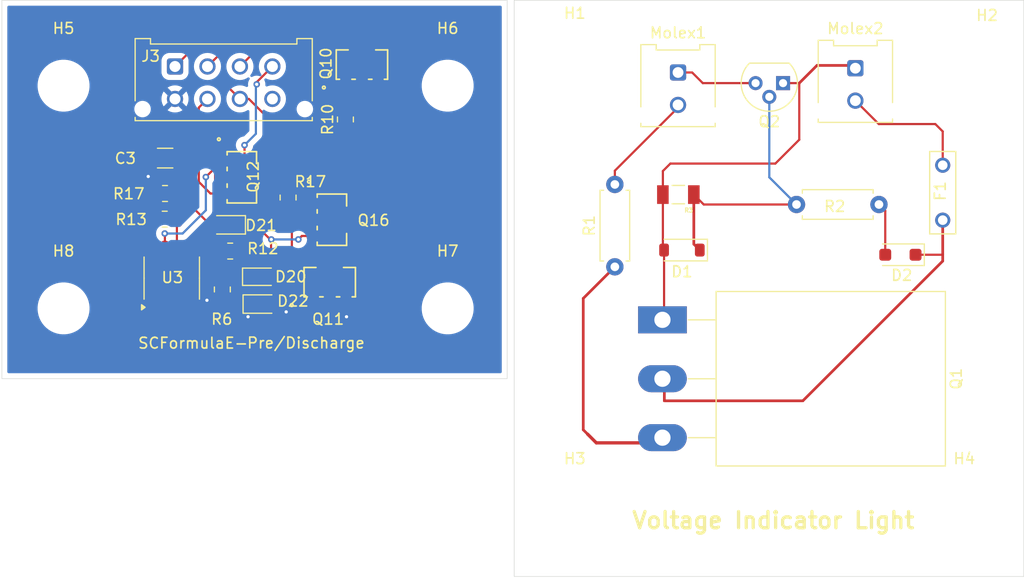
<source format=kicad_pcb>
(kicad_pcb (version 20240108) (generator "pcbnew") (generator_version "8.0")
  (layers (0 "F.Cu" signal) (31 "B.Cu" signal) (34 "B.Paste" user) (35 "F.Paste" user) (36 "B.SilkS" user "B.Silkscreen") (37 "F.SilkS" user "F.Silkscreen") (38 "B.Mask" user) (39 "F.Mask" user) (44 "Edge.Cuts" user))
  (net 0 "")
  (net 1 "CHG")
  (net 2 "AIR+_en")
  (net 3 "charge_on")
  (net 4 "SDCin")
  (net 5 "/opamp_out_inv")
  (net 6 "/opamp_out")
  (net 7 "PreAIR_en")
  (net 8 "Net-(D3-K)")
  (net 9 "Net-(D1-K)")
  (net 10 "/LED+")
  (net 11 "/RC_timer")
  (net 12 "Vcc")
  (net 13 "/LED-")
  (net 14 "Net-(D2-K)")
  (footprint "Diode_SMD:D_SOD-123" (layer "F.Cu") (at 127.6498 72.3572 180)
    (property "Reference" "D1" (at 0 -2 0) (layer "F.SilkS"))
    (property "Value" "BZT52-B12_R1_00001")
    (fp_line (start -2.36 1) (end 1.65 1) (stroke (width 0.12)) (layer "F.SilkS"))
    (fp_line (start -2.36 -1) (end 1.65 -1) (stroke (width 0.12)) (layer "F.SilkS"))
    (fp_line (start -2.36 -1) (end -2.36 1) (stroke (width 0.12)) (layer "F.SilkS"))
    (pad "1" smd roundrect (at -1.65 0 180) (size 0.9 1.2) (layers "F.Cu" "F.Paste" "F.Mask") (net 14 "Net-(D2-K)"))
    (pad "2" smd roundrect (at 1.65 0 180) (size 0.9 1.2) (layers "F.Cu" "F.Paste" "F.Mask"))
  )
  (footprint "VP3203N8-G:TO-243AA_MCH" (layer "F.Cu") (at 98.075 55.2)
    (property "Reference" "Q10" (at -3.3215 -0.1012 90) (layer "F.SilkS"))
    (property "Value" "VP3203N8-G")
    (fp_poly (pts (xy -0.24 1.2319) (xy -0.24 0.1905) (xy -0.9404 -0.4845) (xy -0.9404 -2.4765) (xy -0.4829 -2.4765) (xy 0.4829 -2.4765) (xy 0.9404 -2.4765) (xy 0.9404 -0.4845) (xy 0.24 0.1905) (xy 0.24 1.2319)) (fill solid) (layer "F.Cu"))
    (fp_line (start -2.3749 -1.3589) (end -2.3749 1.3589) (stroke (width 0.1524)) (layer "F.SilkS"))
    (fp_line (start -2.3749 1.3589) (end -2.07274 1.3589) (stroke (width 0.1524)) (layer "F.SilkS"))
    (fp_line (start -1.27314 -1.3589) (end -2.3749 -1.3589) (stroke (width 0.1524)) (layer "F.SilkS"))
    (fp_line (start -0.92726 1.3589) (end -0.61274 1.3589) (stroke (width 0.1524)) (layer "F.SilkS"))
    (fp_line (start 0.61274 1.3589) (end 0.927259 1.3589) (stroke (width 0.1524)) (layer "F.SilkS"))
    (fp_line (start 2.07274 1.3589) (end 2.3749 1.3589) (stroke (width 0.1524)) (layer "F.SilkS"))
    (fp_line (start 2.3749 -1.3589) (end 1.27314 -1.3589) (stroke (width 0.1524)) (layer "F.SilkS"))
    (fp_line (start 2.3749 1.3589) (end 2.3749 -1.3589) (stroke (width 0.1524)) (layer "F.SilkS"))
    (fp_circle (center -3.5179 2.1209) (end -3.3909 2.1209) (stroke (width 0.1524)) (fill none) (layer "F.SilkS"))
    (pad "1" smd rect (at -1.5 1.6225) (size 0.48 1.4032) (layers "F.Cu" "F.Paste" "F.Mask") (net 3 "charge_on"))
    (pad "2" smd rect (at 0 1.622501) (size 0.56 1.9) (layers "F.Cu" "F.Paste" "F.Mask") (net 1 "CHG"))
    (pad "3" smd rect (at 1.5 1.622501) (size 0.48 1.4032) (layers "F.Cu" "F.Paste" "F.Mask") (net 2 "AIR+_en"))
  )
  (footprint "MountingHole:MountingHole_4.3mm_M4" (layer "F.Cu") (at 117.75 55.75)
    (property "Reference" "H1" (at 0 -5.3 0) (layer "F.SilkS"))
    (property "Value" "MountingHole")
    (pad "" np_thru_hole circle (at 0 0) (size 4.3 4.3) (drill 4.3) (layers "F&B.Cu" "*.Mask"))
  )
  (footprint "MountingHole:MountingHole_4.3mm_M4" (layer "F.Cu") (at 70.5 77.75)
    (property "Reference" "H8" (at 0 -5.3 0) (layer "F.SilkS"))
    (property "Value" "MountingHole")
    (pad "" np_thru_hole circle (at 0 0) (size 4.3 4.3) (drill 4.3) (layers "F&B.Cu" "*.Mask"))
  )
  (footprint "MountingHole:MountingHole_4.3mm_M4" (layer "F.Cu") (at 106 77.75)
    (property "Reference" "H7" (at 0 -5.3 0) (layer "F.SilkS"))
    (property "Value" "MountingHole")
    (pad "" np_thru_hole circle (at 0 0) (size 4.3 4.3) (drill 4.3) (layers "F&B.Cu" "*.Mask"))
  )
  (footprint "Diode_SMD:D_SOD-110" (layer "F.Cu") (at 88.65 74.825)
    (property "Reference" "D20" (at 2.85 0 0) (layer "F.SilkS"))
    (property "Value" "PD3S0230")
    (fp_line (start -1.61 -0.8) (end -1.61 0.8) (stroke (width 0.12)) (layer "F.SilkS"))
    (fp_line (start -1.61 -0.8) (end 1.05 -0.8) (stroke (width 0.12)) (layer "F.SilkS"))
    (fp_line (start -1.61 0.8) (end 1.05 0.8) (stroke (width 0.12)) (layer "F.SilkS"))
    (pad "1" smd roundrect (at -0.95 0) (size 0.8 1) (layers "F.Cu" "F.Paste" "F.Mask") (net 9 "Net-(D1-K)"))
    (pad "2" smd roundrect (at 0.95 0) (size 0.8 1) (layers "F.Cu" "F.Paste" "F.Mask") (net 4 "SDCin"))
  )
  (footprint "Connector_Molex:Molex_Micro-Fit_3.0_43045-0212_2x01_P3.00mm_Vertical" (layer "F.Cu") (at 127.29 55.93)
    (property "Reference" "Molex1" (at 0 -3.67 0) (layer "F.SilkS"))
    (property "Value" "043045-0212")
    (fp_line (start -3.435 -2.58) (end -2.015 -2.58) (stroke (width 0.12)) (layer "F.SilkS"))
    (fp_line (start -3.435 3.18) (end -3.435 -2.58) (stroke (width 0.12)) (layer "F.SilkS"))
    (fp_line (start -3.435 4.7) (end -3.435 5.01) (stroke (width 0.12)) (layer "F.SilkS"))
    (fp_line (start -3.435 5.01) (end 3.435 5.01) (stroke (width 0.12)) (layer "F.SilkS"))
    (fp_line (start -2.015 -2.58) (end -2.015 -2.08) (stroke (width 0.12)) (layer "F.SilkS"))
    (fp_line (start -2.015 -2.08) (end 2.015 -2.08) (stroke (width 0.12)) (layer "F.SilkS"))
    (fp_line (start 2.015 -2.58) (end 3.435 -2.58) (stroke (width 0.12)) (layer "F.SilkS"))
    (fp_line (start 2.015 -2.08) (end 2.015 -2.58) (stroke (width 0.12)) (layer "F.SilkS"))
    (fp_line (start 3.435 -2.58) (end 3.435 3.18) (stroke (width 0.12)) (layer "F.SilkS"))
    (fp_line (start 3.435 5.01) (end 3.435 4.7) (stroke (width 0.12)) (layer "F.SilkS"))
    (pad "" np_thru_hole circle (at -3 3.94) (size 1 1) (drill 1) (layers "F&B.Cu" "*.Mask"))
    (pad "" np_thru_hole circle (at 3 3.94) (size 1 1) (drill 1) (layers "F&B.Cu" "*.Mask"))
    (pad "1" thru_hole roundrect (at 0 0) (size 1.5 1.5) (drill 1) (layers "*.Cu" "*.Mask") (roundrect_rratio 0.166667) (net 13 "/LED-"))
    (pad "2" thru_hole circle (at 0 3) (size 1.5 1.5) (drill 1) (layers "*.Cu" "*.Mask") (net 10 "/LED+"))
  )
  (footprint "Resistor_SMD:R_0805_2012Metric_Pad1.20x1.40mm_HandSolder" (layer "F.Cu") (at 91.25 67.5 90)
    (property "Reference" "R17" (at 1.4679 2.0561 0) (layer "F.SilkS"))
    (property "Value" "10k")
    (fp_line (start -0.227064 -0.735) (end 0.227064 -0.735) (stroke (width 0.12)) (layer "F.SilkS"))
    (fp_line (start -0.227064 0.735) (end 0.227064 0.735) (stroke (width 0.12)) (layer "F.SilkS"))
    (pad "1" smd roundrect (at -1 0 90) (size 1.2 1.4) (layers "F.Cu" "F.Paste" "F.Mask") (roundrect_rratio 0.208333) (net 5 "/opamp_out_inv"))
    (pad "2" smd roundrect (at 1 0 90) (size 1.2 1.4) (layers "F.Cu" "F.Paste" "F.Mask") (roundrect_rratio 0.208333) (net 12 "Vcc"))
  )
  (footprint "VP3203N8-G:TO-243AA_MCH" (layer "F.Cu") (at 86.975 65.625 -90)
    (property "Reference" "Q12" (at -0.05 -1.05 90) (layer "F.SilkS"))
    (property "Value" "VP3203N8-G")
    (fp_poly (pts (xy -0.24 1.2319) (xy -0.24 0.1905) (xy -0.9404 -0.4845) (xy -0.9404 -2.4765) (xy -0.4829 -2.4765) (xy 0.4829 -2.4765) (xy 0.9404 -2.4765) (xy 0.9404 -0.4845) (xy 0.24 0.1905) (xy 0.24 1.2319)) (fill solid) (layer "F.Cu"))
    (fp_line (start -2.3749 1.3589) (end -2.07274 1.3589) (stroke (width 0.1524)) (layer "F.SilkS"))
    (fp_line (start -0.92726 1.3589) (end -0.61274 1.3589) (stroke (width 0.1524)) (layer "F.SilkS"))
    (fp_line (start 0.61274 1.3589) (end 0.927259 1.3589) (stroke (width 0.1524)) (layer "F.SilkS"))
    (fp_line (start 2.07274 1.3589) (end 2.3749 1.3589) (stroke (width 0.1524)) (layer "F.SilkS"))
    (fp_line (start 2.3749 1.3589) (end 2.3749 -1.3589) (stroke (width 0.1524)) (layer "F.SilkS"))
    (fp_line (start -2.3749 -1.3589) (end -2.3749 1.3589) (stroke (width 0.1524)) (layer "F.SilkS"))
    (fp_line (start -1.27314 -1.3589) (end -2.3749 -1.3589) (stroke (width 0.1524)) (layer "F.SilkS"))
    (fp_line (start 2.3749 -1.3589) (end 1.27314 -1.3589) (stroke (width 0.1524)) (layer "F.SilkS"))
    (fp_circle (center -3.5179 2.1209) (end -3.3909 2.1209) (stroke (width 0.1524)) (fill none) (layer "F.SilkS"))
    (pad "1" smd rect (at -1.5 1.6225 270) (size 0.48 1.4032) (layers "F.Cu" "F.Paste" "F.Mask") (net 6 "/opamp_out"))
    (pad "2" smd rect (at 0 1.622501 270) (size 0.56 1.9) (layers "F.Cu" "F.Paste" "F.Mask") (net 7 "PreAIR_en"))
    (pad "3" smd rect (at 1.5 1.622501 270) (size 0.48 1.4032) (layers "F.Cu" "F.Paste" "F.Mask") (net 4 "SDCin"))
  )
  (footprint "MountingHole:MountingHole_4.3mm_M4" (layer "F.Cu") (at 153.75 55.95)
    (property "Reference" "H2" (at 2.1 -5.3 0) (layer "F.SilkS"))
    (property "Value" "MountingHole")
    (pad "" np_thru_hole circle (at 0 0) (size 4.3 4.3) (drill 4.3) (layers "F&B.Cu" "*.Mask"))
  )
  (footprint "Resistor_SMD:R_0805_2012Metric_Pad1.20x1.40mm_HandSolder" (layer "F.Cu") (at 79.875 67.125)
    (property "Reference" "R17" (at -3.35 0.025 0) (layer "F.SilkS"))
    (property "Value" "10k")
    (fp_line (start -0.227064 -0.735) (end 0.227064 -0.735) (stroke (width 0.12)) (layer "F.SilkS"))
    (fp_line (start -0.227064 0.735) (end 0.227064 0.735) (stroke (width 0.12)) (layer "F.SilkS"))
    (pad "1" smd roundrect (at -1 0) (size 1.2 1.4) (layers "F.Cu" "F.Paste" "F.Mask") (roundrect_rratio 0.208333))
    (pad "2" smd roundrect (at 1 0) (size 1.2 1.4) (layers "F.Cu" "F.Paste" "F.Mask") (roundrect_rratio 0.208333))
  )
  (footprint "Diode_SMD:D_SOD-323" (layer "F.Cu") (at 85.7 70.025 180)
    (property "Reference" "D21" (at -3.05 -0.05 180) (layer "F.SilkS"))
    (property "Value" "1N4148WX-TP")
    (fp_line (start -1.61 0.85) (end 1.05 0.85) (stroke (width 0.12)) (layer "F.SilkS"))
    (fp_line (start -1.61 -0.85) (end 1.05 -0.85) (stroke (width 0.12)) (layer "F.SilkS"))
    (fp_line (start -1.61 -0.85) (end -1.61 0.85) (stroke (width 0.12)) (layer "F.SilkS"))
    (pad "1" smd roundrect (at -1.05 0 180) (size 0.6 0.45) (layers "F.Cu" "F.Paste" "F.Mask") (net 9 "Net-(D1-K)"))
    (pad "2" smd roundrect (at 1.05 0 180) (size 0.6 0.45) (layers "F.Cu" "F.Paste" "F.Mask") (net 11 "/RC_timer"))
  )
  (footprint "Package_TO_SOT_THT:TO-92" (layer "F.Cu") (at 136.996 56.914 180)
    (property "Reference" "Q2" (at 1.27 -3.56 0) (layer "F.SilkS"))
    (property "Value" "VN2460")
    (fp_line (start -0.53 1.85) (end 3.07 1.85) (stroke (width 0.12)) (layer "F.SilkS"))
    (fp_arc (start 1.27 -2.6) (mid 3.672087 -0.994977) (end 3.108478 1.838478) (stroke (width 0.12)) (layer "F.SilkS"))
    (fp_arc (start -0.568478 1.838478) (mid -1.132087 -0.994977) (end 1.27 -2.6) (stroke (width 0.12)) (layer "F.SilkS"))
    (pad "1" thru_hole rect (at 0 0 180) (size 1.3 1.3) (drill 0.75) (layers "*.Cu" "*.Mask"))
    (pad "2" thru_hole circle (at 1.27 -1.27 180) (size 1.3 1.3) (drill 0.75) (layers "*.Cu" "*.Mask") (net 14 "Net-(D2-K)"))
    (pad "3" thru_hole circle (at 2.54 0 180) (size 1.3 1.3) (drill 0.75) (layers "*.Cu" "*.Mask") (net 13 "/LED-"))
  )
  (footprint "VN3205N8-G:TO-243AA_MCH" (layer "F.Cu") (at 95.1 75.325)
    (property "Reference" "Q11" (at -0.15 3.425 0) (layer "F.SilkS"))
    (property "Value" "VN3205N3-G")
    (fp_poly (pts (xy -0.24 1.2319) (xy -0.24 0.1905) (xy -0.9404 -0.4845) (xy -0.9404 -2.4765) (xy -0.4829 -2.4765) (xy 0.4829 -2.4765) (xy 0.9404 -2.4765) (xy 0.9404 -0.4845) (xy 0.24 0.1905) (xy 0.24 1.2319)) (fill solid) (layer "F.Cu"))
    (fp_line (start -2.3749 -1.3589) (end -2.3749 1.3589) (stroke (width 0.1524)) (layer "F.SilkS"))
    (fp_line (start -2.3749 1.3589) (end -2.07274 1.3589) (stroke (width 0.1524)) (layer "F.SilkS"))
    (fp_line (start -1.27314 -1.3589) (end -2.3749 -1.3589) (stroke (width 0.1524)) (layer "F.SilkS"))
    (fp_line (start -0.92726 1.3589) (end -0.61274 1.3589) (stroke (width 0.1524)) (layer "F.SilkS"))
    (fp_line (start 0.61274 1.3589) (end 0.927259 1.3589) (stroke (width 0.1524)) (layer "F.SilkS"))
    (fp_line (start 2.07274 1.3589) (end 2.3749 1.3589) (stroke (width 0.1524)) (layer "F.SilkS"))
    (fp_line (start 2.3749 -1.3589) (end 1.27314 -1.3589) (stroke (width 0.1524)) (layer "F.SilkS"))
    (fp_line (start 2.3749 1.3589) (end 2.3749 -1.3589) (stroke (width 0.1524)) (layer "F.SilkS"))
    (fp_circle (center -3.5179 2.1209) (end -3.3909 2.1209) (stroke (width 0.1524)) (fill none) (layer "F.SilkS"))
    (pad "1" smd rect (at -1.5 1.6225) (size 0.48 1.4032) (layers "F.Cu" "F.Paste" "F.Mask") (net 6 "/opamp_out"))
    (pad "2" smd rect (at 0 1.622501) (size 0.56 1.9) (layers "F.Cu" "F.Paste" "F.Mask") (net 5 "/opamp_out_inv"))
    (pad "3" smd rect (at 1.5 1.622501) (size 0.48 1.4032) (layers "F.Cu" "F.Paste" "F.Mask"))
  )
  (footprint "Diode_SMD:D_SOD-323" (layer "F.Cu") (at 88.7 77.35)
    (property "Reference" "D22" (at 3 -0.275 0) (layer "F.SilkS"))
    (property "Value" "1N4148WX-TP")
    (fp_line (start -1.61 -0.85) (end -1.61 0.85) (stroke (width 0.12)) (layer "F.SilkS"))
    (fp_line (start -1.61 -0.85) (end 1.05 -0.85) (stroke (width 0.12)) (layer "F.SilkS"))
    (fp_line (start -1.61 0.85) (end 1.05 0.85) (stroke (width 0.12)) (layer "F.SilkS"))
    (pad "1" smd roundrect (at -1.05 0) (size 0.6 0.45) (layers "F.Cu" "F.Paste" "F.Mask") (net 11 "/RC_timer"))
    (pad "2" smd roundrect (at 1.05 0) (size 0.6 0.45) (layers "F.Cu" "F.Paste" "F.Mask"))
  )
  (footprint "Resistor_SMD:R_0805_2012Metric_Pad1.20x1.40mm_HandSolder" (layer "F.Cu") (at 96.55 60.275 90)
    (property "Reference" "R10" (at 0 -1.65 -90) (layer "F.SilkS"))
    (property "Value" "10k")
    (fp_line (start -0.227064 -0.735) (end 0.227064 -0.735) (stroke (width 0.12)) (layer "F.SilkS"))
    (fp_line (start -0.227064 0.735) (end 0.227064 0.735) (stroke (width 0.12)) (layer "F.SilkS"))
    (pad "1" smd roundrect (at -1 0 90) (size 1.2 1.4) (layers "F.Cu" "F.Paste" "F.Mask") (roundrect_rratio 0.208333) (net 2 "AIR+_en"))
    (pad "2" smd roundrect (at 1 0 90) (size 1.2 1.4) (layers "F.Cu" "F.Paste" "F.Mask") (roundrect_rratio 0.208333) (net 3 "charge_on"))
  )
  (footprint "Capacitor_SMD:C_1206_3216Metric_Pad1.33x1.80mm_HandSolder" (layer "F.Cu") (at 79.8875 63.85 180)
    (property "Reference" "C3" (at 3.675 -0.025 180) (layer "F.SilkS"))
    (property "Value" "10uF")
    (fp_line (start -0.711252 0.91) (end 0.711252 0.91) (stroke (width 0.12)) (layer "F.SilkS"))
    (fp_line (start -0.711252 -0.91) (end 0.711252 -0.91) (stroke (width 0.12)) (layer "F.SilkS"))
    (pad "1" smd roundrect (at -1.5625 0 180) (size 1.325 1.8) (layers "F.Cu" "F.Paste" "F.Mask") (roundrect_rratio 0.188679) (net 11 "/RC_timer"))
    (pad "2" smd roundrect (at 1.5625 0 180) (size 1.325 1.8) (layers "F.Cu" "F.Paste" "F.Mask") (roundrect_rratio 0.188679))
  )
  (footprint "MountingHole:MountingHole_4.3mm_M4" (layer "F.Cu") (at 153.75 96.95)
    (property "Reference" "H4" (at 0 -5.3 0) (layer "F.SilkS"))
    (property "Value" "MountingHole")
    (pad "" np_thru_hole circle (at 0 0) (size 4.3 4.3) (drill 4.3) (layers "F&B.Cu" "*.Mask"))
  )
  (footprint "Diode_SMD:D_SOD-123F" (layer "F.Cu") (at 147.8418 72.789 180)
    (property "Reference" "D2" (at -0.127 -1.905 0) (layer "F.SilkS"))
    (property "Value" "PZ1AL62B-AU_R1_000A1")
    (fp_line (start -2.21 1) (end 1.65 1) (stroke (width 0.12)) (layer "F.SilkS"))
    (fp_line (start -2.21 -1) (end 1.65 -1) (stroke (width 0.12)) (layer "F.SilkS"))
    (fp_line (start -2.21 -1) (end -2.21 1) (stroke (width 0.12)) (layer "F.SilkS"))
    (pad "1" smd roundrect (at -1.4 0 180) (size 1.1 1.1) (layers "F.Cu" "F.Paste" "F.Mask") (roundrect_rratio 0.2272727273) (net 8 "Net-(D3-K)"))
    (pad "2" smd roundrect (at 1.4 0 180) (size 1.1 1.1) (layers "F.Cu" "F.Paste" "F.Mask") (roundrect_rratio 0.2272727273))
  )
  (footprint "Connector_Molex:Molex_Micro-Fit_3.0_43045-0812_2x04_P3.00mm_Vertical" (layer "F.Cu") (at 80.8 55.375)
    (property "Reference" "J3" (at -2.25 -0.95 0) (layer "F.SilkS"))
    (property "Value" "Conn_01x08")
    (fp_line (start -3.685 -2.58) (end -2.265 -2.58) (stroke (width 0.12)) (layer "F.SilkS"))
    (fp_line (start -3.685 3.17) (end -3.685 -2.58) (stroke (width 0.12)) (layer "F.SilkS"))
    (fp_line (start -3.685 4.71) (end -3.685 5.01) (stroke (width 0.12)) (layer "F.SilkS"))
    (fp_line (start -3.685 5.01) (end 12.685 5.01) (stroke (width 0.12)) (layer "F.SilkS"))
    (fp_line (start -2.265 -2.58) (end -2.265 -2.08) (stroke (width 0.12)) (layer "F.SilkS"))
    (fp_line (start -2.265 -2.08) (end 11.265 -2.08) (stroke (width 0.12)) (layer "F.SilkS"))
    (fp_line (start 11.265 -2.58) (end 12.685 -2.58) (stroke (width 0.12)) (layer "F.SilkS"))
    (fp_line (start 11.265 -2.08) (end 11.265 -2.58) (stroke (width 0.12)) (layer "F.SilkS"))
    (fp_line (start 12.685 -2.58) (end 12.685 3.17) (stroke (width 0.12)) (layer "F.SilkS"))
    (fp_line (start 12.685 5.01) (end 12.685 4.71) (stroke (width 0.12)) (layer "F.SilkS"))
    (pad "" np_thru_hole circle (at -3 3.94) (size 1.02 1.02) (drill 1.02) (layers "F&B.Cu" "*.Mask"))
    (pad "" np_thru_hole circle (at 12 3.94) (size 1.02 1.02) (drill 1.02) (layers "F&B.Cu" "*.Mask"))
    (pad "1" thru_hole roundrect (at 0 0) (size 1.5 1.5) (drill 1.02) (layers "*.Cu" "*.Mask") (roundrect_rratio 0.166667) (net 1 "CHG"))
    (pad "2" thru_hole circle (at 3 0) (size 1.5 1.5) (drill 1.02) (layers "*.Cu" "*.Mask") (net 3 "charge_on"))
    (pad "3" thru_hole circle (at 6 0) (size 1.5 1.5) (drill 1.02) (layers "*.Cu" "*.Mask") (net 2 "AIR+_en"))
    (pad "4" thru_hole circle (at 9 0) (size 1.5 1.5) (drill 1.02) (layers "*.Cu" "*.Mask") (net 7 "PreAIR_en"))
    (pad "5" thru_hole circle (at 0 3) (size 1.5 1.5) (drill 1.02) (layers "*.Cu" "*.Mask"))
    (pad "6" thru_hole circle (at 3 3) (size 1.5 1.5) (drill 1.02) (layers "*.Cu" "*.Mask") (net 4 "SDCin"))
    (pad "7" thru_hole circle (at 6 3) (size 1.5 1.5) (drill 1.02) (layers "*.Cu" "*.Mask") (net 12 "Vcc"))
    (pad "8" thru_hole circle (at 9 3) (size 1.5 1.5) (drill 1.02) (layers "*.Cu" "*.Mask"))
  )
  (footprint "VP3203N8-G:TO-243AA_MCH" (layer "F.Cu") (at 95.3 69.55 -90)
    (property "Reference" "Q16" (at 0.0535 -3.8512 0) (layer "F.SilkS"))
    (property "Value" "VP3203N8-G")
    (fp_poly (pts (xy -0.24 1.2319) (xy -0.24 0.1905) (xy -0.9404 -0.4845) (xy -0.9404 -2.4765) (xy -0.4829 -2.4765) (xy 0.4829 -2.4765) (xy 0.9404 -2.4765) (xy 0.9404 -0.4845) (xy 0.24 0.1905) (xy 0.24 1.2319)) (fill solid) (layer "F.Cu"))
    (fp_line (start -2.3749 1.3589) (end -2.07274 1.3589) (stroke (width 0.1524)) (layer "F.SilkS"))
    (fp_line (start -0.92726 1.3589) (end -0.61274 1.3589) (stroke (width 0.1524)) (layer "F.SilkS"))
    (fp_line (start 0.61274 1.3589) (end 0.927259 1.3589) (stroke (width 0.1524)) (layer "F.SilkS"))
    (fp_line (start 2.07274 1.3589) (end 2.3749 1.3589) (stroke (width 0.1524)) (layer "F.SilkS"))
    (fp_line (start 2.3749 1.3589) (end 2.3749 -1.3589) (stroke (width 0.1524)) (layer "F.SilkS"))
    (fp_line (start -2.3749 -1.3589) (end -2.3749 1.3589) (stroke (width 0.1524)) (layer "F.SilkS"))
    (fp_line (start -1.27314 -1.3589) (end -2.3749 -1.3589) (stroke (width 0.1524)) (layer "F.SilkS"))
    (fp_line (start 2.3749 -1.3589) (end 1.27314 -1.3589) (stroke (width 0.1524)) (layer "F.SilkS"))
    (fp_circle (center -3.5179 2.1209) (end -3.3909 2.1209) (stroke (width 0.1524)) (fill none) (layer "F.SilkS"))
    (pad "1" smd rect (at -1.5 1.6225 270) (size 0.48 1.4032) (layers "F.Cu" "F.Paste" "F.Mask") (net 5 "/opamp_out_inv"))
    (pad "2" smd rect (at 0 1.622501 270) (size 0.56 1.9) (layers "F.Cu" "F.Paste" "F.Mask") (net 2 "AIR+_en"))
    (pad "3" smd rect (at 1.5 1.622501 270) (size 0.48 1.4032) (layers "F.Cu" "F.Paste" "F.Mask") (net 4 "SDCin"))
  )
  (footprint "Package_SO:SOIC-8_3.9x4.9mm_P1.27mm" (layer "F.Cu") (at 80.5 74.95 90)
    (property "Reference" "U3" (at 0.05 0.06 0) (layer "F.SilkS"))
    (property "Value" "LM358DR2G")
    (fp_line (start 0 -2.56) (end 1.95 -2.56) (stroke (width 0.12)) (layer "F.SilkS"))
    (fp_line (start 0 -2.56) (end -1.95 -2.56) (stroke (width 0.12)) (layer "F.SilkS"))
    (fp_line (start 0 2.56) (end 1.95 2.56) (stroke (width 0.12)) (layer "F.SilkS"))
    (fp_line (start 0 2.56) (end -1.95 2.56) (stroke (width 0.12)) (layer "F.SilkS"))
    (fp_poly (pts (xy -2.7 -2.465) (xy -2.94 -2.795) (xy -2.46 -2.795) (xy -2.7 -2.465)) (stroke (width 0.12)) (fill solid) (layer "F.SilkS"))
    (pad "1" smd roundrect (at -2.475 -1.905 90) (size 1.95 0.6) (layers "F.Cu" "F.Paste" "F.Mask"))
    (pad "2" smd roundrect (at -2.475 -0.635 90) (size 1.95 0.6) (layers "F.Cu" "F.Paste" "F.Mask"))
    (pad "3" smd roundrect (at -2.475 0.635 90) (size 1.95 0.6) (layers "F.Cu" "F.Paste" "F.Mask"))
    (pad "4" smd roundrect (at -2.475 1.905 90) (size 1.95 0.6) (layers "F.Cu" "F.Paste" "F.Mask"))
    (pad "5" smd roundrect (at 2.475 1.905 90) (size 1.95 0.6) (layers "F.Cu" "F.Paste" "F.Mask") (net 11 "/RC_timer"))
    (pad "6" smd roundrect (at 2.475 0.635 90) (size 1.95 0.6) (layers "F.Cu" "F.Paste" "F.Mask"))
    (pad "7" smd roundrect (at 2.475 -0.635 90) (size 1.95 0.6) (layers "F.Cu" "F.Paste" "F.Mask") (net 6 "/opamp_out"))
    (pad "8" smd roundrect (at 2.475 -1.905 90) (size 1.95 0.6) (layers "F.Cu" "F.Paste" "F.Mask") (net 12 "Vcc"))
  )
  (footprint "MountingHole:MountingHole_4.3mm_M4" (layer "F.Cu") (at 106 57.15)
    (property "Reference" "H6" (at 0 -5.3 0) (layer "F.SilkS"))
    (property "Value" "MountingHole")
    (pad "" np_thru_hole circle (at 0 0) (size 4.3 4.3) (drill 4.3) (layers "F&B.Cu" "*.Mask"))
  )
  (footprint "Resistor_SMD:R_0805_2012Metric_Pad1.20x1.40mm_HandSolder" (layer "F.Cu") (at 85.175 76 90)
    (property "Reference" "R6" (at -2.75 -0.05 0) (layer "F.SilkS"))
    (property "Value" "10k")
    (fp_line (start -0.227064 -0.735) (end 0.227064 -0.735) (stroke (width 0.12)) (layer "F.SilkS"))
    (fp_line (start -0.227064 0.735) (end 0.227064 0.735) (stroke (width 0.12)) (layer "F.SilkS"))
    (pad "1" smd roundrect (at -1 0 90) (size 1.2 1.4) (layers "F.Cu" "F.Paste" "F.Mask") (roundrect_rratio 0.208333))
    (pad "2" smd roundrect (at 1 0 90) (size 1.2 1.4) (layers "F.Cu" "F.Paste" "F.Mask") (roundrect_rratio 0.208333) (net 9 "Net-(D1-K)"))
  )
  (footprint "MountingHole:MountingHole_4.3mm_M4" (layer "F.Cu") (at 70.5 57.15)
    (property "Reference" "H5" (at 0 -5.3 0) (layer "F.SilkS"))
    (property "Value" "MountingHole")
    (pad "" np_thru_hole circle (at 0 0) (size 4.3 4.3) (drill 4.3) (layers "F&B.Cu" "*.Mask"))
  )
  (footprint "Resistor_SMD:R_0805_2012Metric_Pad1.20x1.40mm_HandSolder" (layer "F.Cu") (at 79.85 69.5)
    (property "Reference" "R13" (at -3.1 0.025 0) (layer "F.SilkS"))
    (property "Value" "10k")
    (fp_line (start -0.227064 -0.735) (end 0.227064 -0.735) (stroke (width 0.12)) (layer "F.SilkS"))
    (fp_line (start -0.227064 0.735) (end 0.227064 0.735) (stroke (width 0.12)) (layer "F.SilkS"))
    (pad "1" smd roundrect (at -1 0) (size 1.2 1.4) (layers "F.Cu" "F.Paste" "F.Mask") (roundrect_rratio 0.208333) (net 12 "Vcc"))
    (pad "2" smd roundrect (at 1 0) (size 1.2 1.4) (layers "F.Cu" "F.Paste" "F.Mask") (roundrect_rratio 0.208333))
  )
  (footprint "Resistor_THT:R_Axial_DIN0207_L6.3mm_D2.5mm_P7.62mm_Horizontal" (layer "F.Cu") (at 121.4512 73.9066 90)
    (property "Reference" "R1" (at 3.81 -2.37 90) (layer "F.SilkS"))
    (property "Value" "1100")
    (fp_line (start 7.08 -1.37) (end 7.08 -1.04) (stroke (width 0.12)) (layer "F.SilkS"))
    (fp_line (start 0.54 -1.37) (end 7.08 -1.37) (stroke (width 0.12)) (layer "F.SilkS"))
    (fp_line (start 0.54 -1.04) (end 0.54 -1.37) (stroke (width 0.12)) (layer "F.SilkS"))
    (fp_line (start 0.54 1.04) (end 0.54 1.37) (stroke (width 0.12)) (layer "F.SilkS"))
    (fp_line (start 7.08 1.37) (end 7.08 1.04) (stroke (width 0.12)) (layer "F.SilkS"))
    (fp_line (start 0.54 1.37) (end 7.08 1.37) (stroke (width 0.12)) (layer "F.SilkS"))
    (pad "1" thru_hole circle (at 0 0 90) (size 1.6 1.6) (drill 0.8) (layers "*.Cu" "*.Mask"))
    (pad "2" thru_hole oval (at 7.62 0 90) (size 1.6 1.6) (drill 0.8) (layers "*.Cu" "*.Mask") (net 10 "/LED+"))
  )
  (footprint "Resistor_SMD:R_0805_2012Metric_Pad1.20x1.40mm_HandSolder" (layer "F.Cu") (at 85.9 72.45)
    (property "Reference" "R12" (at 3.025 -0.225 0) (layer "F.SilkS"))
    (property "Value" "1.8M")
    (fp_line (start -0.227064 -0.735) (end 0.227064 -0.735) (stroke (width 0.12)) (layer "F.SilkS"))
    (fp_line (start -0.227064 0.735) (end 0.227064 0.735) (stroke (width 0.12)) (layer "F.SilkS"))
    (pad "1" smd roundrect (at -1 0) (size 1.2 1.4) (layers "F.Cu" "F.Paste" "F.Mask") (roundrect_rratio 0.208333) (net 11 "/RC_timer"))
    (pad "2" smd roundrect (at 1 0) (size 1.2 1.4) (layers "F.Cu" "F.Paste" "F.Mask") (roundrect_rratio 0.208333) (net 9 "Net-(D1-K)"))
  )
  (footprint "MountingHole:MountingHole_4.3mm_M4" (layer "F.Cu") (at 117.75 96.95)
    (property "Reference" "H3" (at 0 -5.3 0) (layer "F.SilkS"))
    (property "Value" "MountingHole")
    (pad "" np_thru_hole circle (at 0 0) (size 4.3 4.3) (drill 4.3) (layers "F&B.Cu" "*.Mask"))
  )
  (footprint "Package_TO_SOT_THT:TO-247-3_Horizontal_TabDown" (layer "F.Cu") (at 125.85 78.81 -90)
    (property "Reference" "Q1" (at 5.45 -27.15 90) (layer "F.SilkS"))
    (property "Value" "UJ3N120035K3S")
    (fp_line (start -2.62 -4.96) (end 13.52 -4.96) (stroke (width 0.12)) (layer "F.SilkS"))
    (fp_line (start 0 -4.96) (end 0 -2.4) (stroke (width 0.12)) (layer "F.SilkS"))
    (fp_line (start 5.45 -4.96) (end 5.45 -2.4) (stroke (width 0.12)) (layer "F.SilkS"))
    (fp_line (start 10.9 -4.96) (end 10.9 -2.4) (stroke (width 0.12)) (layer "F.SilkS"))
    (fp_line (start -2.62 -26.15) (end -2.62 -4.96) (stroke (width 0.12)) (layer "F.SilkS"))
    (fp_line (start -2.62 -26.15) (end 13.52 -26.15) (stroke (width 0.12)) (layer "F.SilkS"))
    (fp_line (start 13.52 -26.15) (end 13.52 -4.96) (stroke (width 0.12)) (layer "F.SilkS"))
    (pad "" np_thru_hole oval (at 5.45 -19.86 270) (size 3.6 3.6) (drill 3.6) (layers "F&B.Cu" "*.Mask"))
    (pad "1" thru_hole rect (at 0 0 270) (size 2.5 4.5) (drill 1.5) (layers "*.Cu" "*.Mask"))
    (pad "2" thru_hole oval (at 5.45 0 270) (size 2.5 4.5) (drill 1.5) (layers "*.Cu" "*.Mask") (net 8 "Net-(D3-K)"))
    (pad "3" thru_hole oval (at 10.9 0 270) (size 2.5 4.5) (drill 1.5) (layers "*.Cu" "*.Mask"))
  )
  (footprint "Resistor_SMD:RESC3116X65N" (layer "F.Cu") (at 127.3196 67.2264 180)
    (property "Reference" "R3" (at -0.96 -1.45 0) (layer "F.SilkS") (effects (font (size 0.393701 0.393701) (thickness 0.098425))))
    (property "Value" "RK73G2BTTD1004C")
    (fp_line (start -0.57 0.85) (end 0.57 0.85) (stroke (width 0.127)) (layer "F.SilkS"))
    (fp_line (start -0.57 -0.85) (end 0.57 -0.85) (stroke (width 0.127)) (layer "F.SilkS"))
    (pad "1" smd rect (at -1.43 0 180) (size 1.07 1.73) (layers "F.Cu" "F.Paste" "F.Mask") (net 14 "Net-(D2-K)"))
    (pad "2" smd rect (at 1.43 0 180) (size 1.07 1.73) (layers "F.Cu" "F.Paste" "F.Mask"))
  )
  (footprint "Resistor_THT:R_Axial_DIN0207_L6.3mm_D2.5mm_P7.62mm_Horizontal" (layer "F.Cu") (at 145.8606 68.1408 180)
    (property "Reference" "R2" (at 4.0894 -0.1778 180) (layer "F.SilkS"))
    (property "Value" "PR02000201004FA100")
    (fp_line (start 7.08 1.37) (end 7.08 1.04) (stroke (width 0.12)) (layer "F.SilkS"))
    (fp_line (start 7.08 -1.37) (end 7.08 -1.04) (stroke (width 0.12)) (layer "F.SilkS"))
    (fp_line (start 0.54 1.37) (end 7.08 1.37) (stroke (width 0.12)) (layer "F.SilkS"))
    (fp_line (start 0.54 1.04) (end 0.54 1.37) (stroke (width 0.12)) (layer "F.SilkS"))
    (fp_line (start 0.54 -1.04) (end 0.54 -1.37) (stroke (width 0.12)) (layer "F.SilkS"))
    (fp_line (start 0.54 -1.37) (end 7.08 -1.37) (stroke (width 0.12)) (layer "F.SilkS"))
    (pad "1" thru_hole circle (at 0 0 180) (size 1.6 1.6) (drill 0.8) (layers "*.Cu" "*.Mask"))
    (pad "2" thru_hole oval (at 7.62 0 180) (size 1.6 1.6) (drill 0.8) (layers "*.Cu" "*.Mask") (net 14 "Net-(D2-K)"))
  )
  (footprint "BK_PCS:FUSE_BK_PCS" (layer "F.Cu") (at 151.7534 67.0486 -90)
    (property "Reference" "F1" (at -0.1524 0.2286 90) (layer "F.SilkS"))
    (property "Value" "750mA")
    (fp_line (start -3.81 1.205) (end -3.81 -1.205) (stroke (width 0.127)) (layer "F.SilkS"))
    (fp_line (start 3.81 1.205) (end -3.81 1.205) (stroke (width 0.127)) (layer "F.SilkS"))
    (fp_line (start -3.81 -1.205) (end 3.81 -1.205) (stroke (width 0.127)) (layer "F.SilkS"))
    (fp_line (start 3.81 -1.205) (end 3.81 1.205) (stroke (width 0.127)) (layer "F.SilkS"))
    (pad "1" thru_hole circle (at -2.54 0 270) (size 1.397 1.397) (drill 0.889) (layers "*.Cu" "*.Mask"))
    (pad "2" thru_hole circle (at 2.54 0 270) (size 1.397 1.397) (drill 0.889) (layers "*.Cu" "*.Mask") (net 8 "Net-(D3-K)"))
  )
  (footprint "Connector_Molex:Molex_Micro-Fit_3.0_43045-0212_2x01_P3.00mm_Vertical" (layer "F.Cu") (at 143.68 55.535)
    (property "Reference" "Molex2" (at 0 -3.67 0) (layer "F.SilkS"))
    (property "Value" "043045-0212")
    (fp_line (start -3.435 -2.58) (end -2.015 -2.58) (stroke (width 0.12)) (layer "F.SilkS"))
    (fp_line (start -3.435 3.18) (end -3.435 -2.58) (stroke (width 0.12)) (layer "F.SilkS"))
    (fp_line (start -3.435 4.7) (end -3.435 5.01) (stroke (width 0.12)) (layer "F.SilkS"))
    (fp_line (start -3.435 5.01) (end 3.435 5.01) (stroke (width 0.12)) (layer "F.SilkS"))
    (fp_line (start -2.015 -2.58) (end -2.015 -2.08) (stroke (width 0.12)) (layer "F.SilkS"))
    (fp_line (start -2.015 -2.08) (end 2.015 -2.08) (stroke (width 0.12)) (layer "F.SilkS"))
    (fp_line (start 2.015 -2.58) (end 3.435 -2.58) (stroke (width 0.12)) (layer "F.SilkS"))
    (fp_line (start 2.015 -2.08) (end 2.015 -2.58) (stroke (width 0.12)) (layer "F.SilkS"))
    (fp_line (start 3.435 -2.58) (end 3.435 3.18) (stroke (width 0.12)) (layer "F.SilkS"))
    (fp_line (start 3.435 5.01) (end 3.435 4.7) (stroke (width 0.12)) (layer "F.SilkS"))
    (pad "" np_thru_hole circle (at -3 3.94) (size 1 1) (drill 1) (layers "F&B.Cu" "*.Mask"))
    (pad "" np_thru_hole circle (at 3 3.94) (size 1 1) (drill 1) (layers "F&B.Cu" "*.Mask"))
    (pad "1" thru_hole roundrect (at 0 0) (size 1.5 1.5) (drill 1) (layers "*.Cu" "*.Mask") (roundrect_rratio 0.166667))
    (pad "2" thru_hole circle (at 0 3) (size 1.5 1.5) (drill 1) (layers "*.Cu" "*.Mask"))
  )
  (gr_rect (start 64.8 49.25) (end 111.5 84.25) (stroke (width 0.05)) (fill none) (layer "Edge.Cuts"))
  (gr_rect (start 112.15 49.25) (end 159.25 102.55) (stroke (width 0.05)) (fill none) (layer "Edge.Cuts"))
  (gr_text "Voltage Indicator Light" (at 122.899 98.2398 0) (layer "F.SilkS") (effects (font (size 1.5 1.5) (thickness 0.3) (bold yes)) (justify left bottom)))
  (gr_text "SCFormulaE-" (at 77.3 81.55 0) (layer "F.SilkS") (effects (font (size 1 1)) (justify left bottom)))
  (gr_text "Pre/Discharge" (at 92.9 80.95 0) (layer "F.SilkS") (effects (font (size 1 1))))
  (segment (start 138.4184 56.914) (end 138.4946 56.914) (width 0.2) (layer "F.Cu") (net 0))
  (segment (start 146.4418 72.789) (end 146.4418 68.722) (width 0.2) (layer "F.Cu") (net 0))
  (segment (start 118.5302 88.9802) (end 118.9309 89.3809) (width 0.25) (layer "F.Cu") (net 0))
  (segment (start 145.8436 60.6986) (end 143.68 58.535) (width 0.2) (layer "F.Cu") (net 0))
  (segment (start 80.975 69.8) (end 80.975 72.315) (width 0.2) (layer "F.Cu") (net 0))
  (segment (start 80.875 67.125) (end 80.875 69.7) (width 0.2) (layer "F.Cu") (net 0))
  (segment (start 90.35 77.35) (end 91.075 78.075) (width 0.2) (layer "F.Cu") (net 0))
  (segment (start 83.75 77) (end 85.175 77) (width 0.2) (layer "F.Cu") (net 0))
  (segment (start 125.9998 78.6602) (end 125.85 78.81) (width 0.2) (layer "F.Cu") (net 0))
  (segment (start 143.4234 55.2784) (end 143.68 55.535) (width 0.2) (layer "F.Cu") (net 0))
  (segment (start 151.7534 61.3844) (end 151.0676 60.6986) (width 0.2) (layer "F.Cu") (net 0))
  (segment (start 78.35 66.6) (end 78.875 67.125) (width 0.2) (layer "F.Cu") (net 0))
  (segment (start 96.6 76.947501) (end 96.6 77.425) (width 0.2) (layer "F.Cu") (net 0))
  (segment (start 87.525 78.5) (end 87.55 78.525) (width 0.2) (layer "F.Cu") (net 0))
  (segment (start 126.582 64.3562) (end 136.2848 64.3562) (width 0.2) (layer "F.Cu") (net 0))
  (segment (start 138.4946 62.1464) (end 138.4946 56.9902) (width 0.2) (layer "F.Cu") (net 0))
  (segment (start 118.5302 76.8276) (end 118.5302 88.9802) (width 0.25) (layer "F.Cu") (net 0))
  (segment (start 125.37 90.19) (end 119.74 90.19) (width 0.3) (layer "F.Cu") (net 0))
  (segment (start 140.1302 55.2784) (end 143.4234 55.2784) (width 0.25) (layer "F.Cu") (net 0))
  (segment (start 78.35 65.575) (end 78.35 66.6) (width 0.2) (layer "F.Cu") (net 0))
  (segment (start 96.6 77.425) (end 96.6 78.475) (width 0.2) (layer "F.Cu") (net 0))
  (segment (start 138.4946 56.9902) (end 138.4184 56.914) (width 0.2) (layer "F.Cu") (net 0))
  (segment (start 119.74 90.19) (end 118.9309 89.3809) (width 0.3) (layer "F.Cu") (net 0))
  (segment (start 125.8896 72.247) (end 125.8896 67.2264) (width 0.2) (layer "F.Cu") (net 0))
  (segment (start 80.875 69.7) (end 80.975 69.8) (width 0.2) (layer "F.Cu") (net 0))
  (segment (start 89.75 77.35) (end 90.35 77.35) (width 0.2) (layer "F.Cu") (net 0))
  (segment (start 82.83 77) (end 83.75 77) (width 0.2) (layer "F.Cu") (net 0))
  (segment (start 125.8896 65.0486) (end 126.582 64.3562) (width 0.2) (layer "F.Cu") (net 0))
  (segment (start 80.975 72.315) (end 81.135 72.475) (width 0.2) (layer "F.Cu") (net 0))
  (segment (start 121.4512 73.9066) (end 118.5302 76.8276) (width 0.25) (layer "F.Cu") (net 0))
  (segment (start 88.6 78.5) (end 89.75 77.35) (width 0.2) (layer "F.Cu") (net 0))
  (segment (start 96.6 78.475) (end 96.65 78.525) (width 0.2) (layer "F.Cu") (net 0))
  (segment (start 136.2848 64.3562) (end 138.4946 62.1464) (width 0.2) (layer "F.Cu") (net 0))
  (segment (start 82.405 77.425) (end 82.83 77) (width 0.2) (layer "F.Cu") (net 0))
  (segment (start 136.996 56.914) (end 138.4184 56.914) (width 0.2) (layer "F.Cu") (net 0))
  (segment (start 138.4946 56.914) (end 140.1302 55.2784) (width 0.25) (layer "F.Cu") (net 0))
  (segment (start 78.35 64.225) (end 78.35 65.525) (width 0.2) (layer "F.Cu") (net 0))
  (segment (start 125.9998 72.3572) (end 125.9998 78.6602) (width 0.2) (layer "F.Cu") (net 0))
  (segment (start 125.85 89.71) (end 125.37 90.19) (width 0.2) (layer "F.Cu") (net 0))
  (segment (start 151.7534 64.5086) (end 151.7534 61.3844) (width 0.2) (layer "F.Cu") (net 0))
  (segment (start 146.4418 68.722) (end 145.8606 68.1408) (width 0.2) (layer "F.Cu") (net 0))
  (segment (start 78.325 65.55) (end 78.35 65.575) (width 0.2) (layer "F.Cu") (net 0))
  (segment (start 78.35 65.525) (end 78.325 65.55) (width 0.2) (layer "F.Cu") (net 0))
  (segment (start 87.575 78.5) (end 88.6 78.5) (width 0.2) (layer "F.Cu") (net 0))
  (segment (start 87.55 78.525) (end 87.575 78.5) (width 0.2) (layer "F.Cu") (net 0))
  (segment (start 85.175 77) (end 86.675 78.5) (width 0.2) (layer "F.Cu") (net 0))
  (segment (start 86.675 78.5) (end 87.525 78.5) (width 0.2) (layer "F.Cu") (net 0))
  (segment (start 151.0676 60.6986) (end 145.8436 60.6986) (width 0.2) (layer "F.Cu") (net 0))
  (segment (start 125.9998 72.3572) (end 125.8896 72.247) (width 0.2) (layer "F.Cu") (net 0))
  (segment (start 126.026 72.3834) (end 125.9998 72.3572) (width 0.2) (layer "F.Cu") (net 0))
  (segment (start 125.8896 67.2264) (end 125.8896 65.0486) (width 0.2) (layer "F.Cu") (net 0))
  (via (at 78.325 65.55) (size 0.6) (drill 0.3) (layers "F.Cu" "B.Cu") (net 0))
  (via (at 96.65 78.525) (size 0.6) (drill 0.3) (layers "F.Cu" "B.Cu") (net 0))
  (via (at 83.75 77) (size 0.6) (drill 0.3) (layers "F.Cu" "B.Cu") (net 0))
  (via (at 91.075 78.075) (size 0.6) (drill 0.3) (layers "F.Cu" "B.Cu") (net 0))
  (via (at 87.55 78.525) (size 0.6) (drill 0.3) (layers "F.Cu" "B.Cu") (net 0))
  (segment (start 83.325 52.85) (end 94.7548 52.85) (width 0.2) (layer "F.Cu") (net 1))
  (segment (start 97.801337 56.822501) (end 97.115 56.136164) (width 0.2) (layer "F.Cu") (net 1))
  (segment (start 97.115 56.136164) (end 97.115 55.2102) (width 0.2) (layer "F.Cu") (net 1))
  (segment (start 97.115 55.2102) (end 94.7548 52.85) (width 0.2) (layer "F.Cu") (net 1))
  (segment (start 98.075 56.822501) (end 97.801337 56.822501) (width 0.2) (layer "F.Cu") (net 1))
  (segment (start 80.8 55.375) (end 83.325 52.85) (width 0.2) (layer "F.Cu") (net 1))
  (segment (start 88.275 53.9) (end 90.9 53.9) (width 0.2) (layer "F.Cu") (net 2))
  (segment (start 86.8 55.375) (end 88.275 53.9) (width 0.2) (layer "F.Cu") (net 2))
  (segment (start 95.45 61.275) (end 94.225 60.05) (width 0.2) (layer "F.Cu") (net 2))
  (segment (start 94.225 60.05) (end 94.225 57.225) (width 0.2) (layer "F.Cu") (net 2))
  (segment (start 96.55 66.7191) (end 96.55 61.275) (width 0.2) (layer "F.Cu") (net 2))
  (segment (start 94.6791 68.59) (end 96.55 66.7191) (width 0.2) (layer "F.Cu") (net 2))
  (segment (start 93.677499 69.55) (end 93.677499 69.272501) (width 0.2) (layer "F.Cu") (net 2))
  (segment (start 96.55 61.275) (end 99.575 58.25) (width 0.2) (layer "F.Cu") (net 2))
  (segment (start 99.575 58.25) (end 99.575 56.822501) (width 0.2) (layer "F.Cu") (net 2))
  (segment (start 94.36 68.59) (end 94.6791 68.59) (width 0.2) (layer "F.Cu") (net 2))
  (segment (start 96.55 61.275) (end 95.45 61.275) (width 0.2) (layer "F.Cu") (net 2))
  (segment (start 90.9 53.9) (end 94.225 57.225) (width 0.2) (layer "F.Cu") (net 2))
  (segment (start 93.677499 69.272501) (end 94.36 68.59) (width 0.2) (layer "F.Cu") (net 2))
  (segment (start 96.55 56.8475) (end 96.575 56.8225) (width 0.2) (layer "F.Cu") (net 3))
  (segment (start 96.575 56.8225) (end 96.575 55.6) (width 0.2) (layer "F.Cu") (net 3))
  (segment (start 94.45 53.475) (end 85.7 53.475) (width 0.2) (layer "F.Cu") (net 3))
  (segment (start 96.55 59.275) (end 96.55 56.8475) (width 0.2) (layer "F.Cu") (net 3))
  (segment (start 85.7 53.475) (end 83.8 55.375) (width 0.2) (layer "F.Cu") (net 3))
  (segment (start 96.575 55.6) (end 94.45 53.475) (width 0.2) (layer "F.Cu") (net 3))
  (segment (start 89.7 71.472501) (end 89.675 71.447501) (width 0.2) (layer "F.Cu") (net 4))
  (segment (start 84.075 67.125) (end 83 66.05) (width 0.2) (layer "F.Cu") (net 4))
  (segment (start 83 59.175) (end 83.8 58.375) (width 0.2) (layer "F.Cu") (net 4))
  (segment (start 92.2 71.375) (end 92.525 71.05) (width 0.2) (layer "F.Cu") (net 4))
  (segment (start 85.352499 67.125) (end 84.075 67.125) (width 0.2) (layer "F.Cu") (net 4))
  (segment (start 89.602499 71.375) (end 89.7 71.375) (width 0.2) (layer "F.Cu") (net 4))
  (segment (start 89.7 71.375) (end 89.7 71.472501) (width 0.2) (layer "F.Cu") (net 4))
  (segment (start 89.675 71.447501) (end 89.675 74.75) (width 0.2) (layer "F.Cu") (net 4))
  (segment (start 83 66.05) (end 83 59.175) (width 0.2) (layer "F.Cu") (net 4))
  (segment (start 92.525 71.05) (end 93.677499 71.05) (width 0.2) (layer "F.Cu") (net 4))
  (segment (start 89.675 74.75) (end 89.6 74.825) (width 0.2) (layer "F.Cu") (net 4))
  (segment (start 85.352499 67.125) (end 89.602499 71.375) (width 0.2) (layer "F.Cu") (net 4))
  (via (at 92.2 71.375) (size 0.6) (drill 0.3) (layers "F.Cu" "B.Cu") (net 4))
  (via (at 89.7 71.375) (size 0.6) (drill 0.3) (layers "F.Cu" "B.Cu") (net 4))
  (segment (start 92.25 71.375) (end 92.25 71.375) (width 0.2) (layer "B.Cu") (net 4))
  (segment (start 92.225 71.4) (end 92.275 71.4) (width 0.2) (layer "B.Cu") (net 4))
  (segment (start 92.2 71.375) (end 92.225 71.4) (width 0.2) (layer "B.Cu") (net 4))
  (segment (start 92.2 71.375) (end 89.7 71.375) (width 0.2) (layer "B.Cu") (net 4))
  (segment (start 91.6 69.6659) (end 93.2159 68.05) (width 0.2) (layer "F.Cu") (net 5))
  (segment (start 93.2159 68.05) (end 93.6775 68.05) (width 0.2) (layer "F.Cu") (net 5))
  (segment (start 94.5 76.2) (end 91.6 73.3) (width 0.2) (layer "F.Cu") (net 5))
  (segment (start 95.1 76.947501) (end 94.826337 76.947501) (width 0.2) (layer "F.Cu") (net 5))
  (segment (start 91.25 68.5) (end 91.25 69.3159) (width 0.2) (layer "F.Cu") (net 5))
  (segment (start 94.5 76.621164) (end 94.5 76.2) (width 0.2) (layer "F.Cu") (net 5))
  (segment (start 91.6 73.3) (end 91.6 69.6659) (width 0.2) (layer "F.Cu") (net 5))
  (segment (start 91.25 69.3159) (end 91.6 69.6659) (width 0.2) (layer "F.Cu") (net 5))
  (segment (start 94.826337 76.947501) (end 94.5 76.621164) (width 0.2) (layer "F.Cu") (net 5))
  (segment (start 77.225 75.775) (end 77.225 78.6) (width 0.2) (layer "F.Cu") (net 6))
  (segment (start 79.865 73.135) (end 77.225 75.775) (width 0.2) (layer "F.Cu") (net 6))
  (segment (start 83.85 65.625) (end 83.65 65.6) (width 0.2) (layer "F.Cu") (net 6))
  (segment (start 85.125 64.125) (end 85.3525 64.125) (width 0.2) (layer "F.Cu") (net 6))
  (segment (start 79.865 72.475) (end 79.865 71.015) (width 0.2) (layer "F.Cu") (net 6))
  (segment (start 83.8 65.625) (end 83.825 65.625) (width 0.2) (layer "F.Cu") (net 6))
  (segment (start 77.225 78.6) (end 78.3 79.675) (width 0.2) (layer "F.Cu") (net 6))
  (segment (start 83.65 65.6) (end 85.125 64.125) (width 0.2) (layer "F.Cu") (net 6))
  (segment (start 79.85 71) (end 79.85 70.825) (width 0.2) (layer "F.Cu") (net 6))
  (segment (start 83.65 65.6) (end 83.8 65.625) (width 0.2) (layer "F.Cu") (net 6))
  (segment (start 79.865 72.475) (end 79.865 73.135) (width 0.2) (layer "F.Cu") (net 6))
  (segment (start 90.8725 79.675) (end 93.6 76.9475) (width 0.2) (layer "F.Cu") (net 6))
  (segment (start 78.3 79.675) (end 90.8725 79.675) (width 0.2) (layer "F.Cu") (net 6))
  (segment (start 79.85 70.825) (end 79.865 71.015) (width 0.2) (layer "F.Cu") (net 6))
  (via (at 79.85 70.825) (size 0.6) (drill 0.3) (layers "F.Cu" "B.Cu") (net 6))
  (via (at 83.65 65.6) (size 0.6) (drill 0.3) (layers "F.Cu" "B.Cu") (net 6))
  (segment (start 83.65 65.6) (end 83.65 68.675) (width 0.2) (layer "B.Cu") (net 6))
  (segment (start 81.5 70.825) (end 79.85 70.825) (width 0.2) (layer "B.Cu") (net 6))
  (segment (start 83.65 68.675) (end 81.5 70.825) (width 0.2) (layer "B.Cu") (net 6))
  (segment (start 88.35 57.025) (end 88.35 56.825) (width 0.2) (layer "F.Cu") (net 7))
  (segment (start 88.35 56.825) (end 89.8 55.375) (width 0.2) (layer "F.Cu") (net 7))
  (segment (start 86.1691 64.85) (end 87.225 63.7941) (width 0.2) (layer "F.Cu") (net 7))
  (segment (start 85.352499 65.625) (end 85.352499 65.351337) (width 0.2) (layer "F.Cu") (net 7))
  (segment (start 85.853836 64.85) (end 86.1691 64.85) (width 0.2) (layer "F.Cu") (net 7))
  (segment (start 85.352499 65.351337) (end 85.853836 64.85) (width 0.2) (layer "F.Cu") (net 7))
  (segment (start 87.225 63.7941) (end 87.225 62.65) (width 0.2) (layer "F.Cu") (net 7))
  (via (at 87.225 62.65) (size 0.6) (drill 0.3) (layers "F.Cu" "B.Cu") (net 7))
  (via (at 88.35 57.025) (size 0.6) (drill 0.3) (layers "F.Cu" "B.Cu") (net 7))
  (segment (start 87.225 62.65) (end 87.275 62.6) (width 0.2) (layer "B.Cu") (net 7))
  (segment (start 88.275 61.6) (end 87.225 62.65) (width 0.2) (layer "B.Cu") (net 7))
  (segment (start 88.35 57.025) (end 88.275 57.1) (width 0.2) (layer "B.Cu") (net 7))
  (segment (start 88.275 57.1) (end 88.275 61.6) (width 0.2) (layer "B.Cu") (net 7))
  (segment (start 151.7026 72.789) (end 151.7534 72.7382) (width 0.2) (layer "F.Cu") (net 8))
  (segment (start 151.7534 73.3732) (end 151.7534 72.7382) (width 0.25) (layer "F.Cu") (net 8))
  (segment (start 138.8248 86.3018) (end 151.7534 73.3732) (width 0.25) (layer "F.Cu") (net 8))
  (segment (start 126.026 86.3018) (end 138.8248 86.3018) (width 0.25) (layer "F.Cu") (net 8))
  (segment (start 126.026 84.436) (end 126.026 86.3018) (width 0.25) (layer "F.Cu") (net 8))
  (segment (start 151.7534 72.7382) (end 151.7534 69.5886) (width 0.25) (layer "F.Cu") (net 8))
  (segment (start 149.2418 72.789) (end 151.7026 72.789) (width 0.2) (layer "F.Cu") (net 8))
  (segment (start 125.85 84.26) (end 126.026 84.436) (width 0.2) (layer "F.Cu") (net 8))
  (segment (start 86.725 72.275) (end 86.9 72.45) (width 0.2) (layer "F.Cu") (net 9))
  (segment (start 86.725 69.8) (end 86.725 72.275) (width 0.2) (layer "F.Cu") (net 9))
  (segment (start 85.175 75) (end 87.525 75) (width 0.2) (layer "F.Cu") (net 9))
  (segment (start 86.9 72.45) (end 86.9 74.025) (width 0.2) (layer "F.Cu") (net 9))
  (segment (start 87.525 75) (end 87.7 74.825) (width 0.2) (layer "F.Cu") (net 9))
  (segment (start 86.9 74.025) (end 87.7 74.825) (width 0.2) (layer "F.Cu") (net 9))
  (segment (start 127.4139 59.0539) (end 127.382 59.022) (width 0.2) (layer "F.Cu") (net 10))
  (segment (start 121.4512 65.0166) (end 127.4139 59.0539) (width 0.2) (layer "F.Cu") (net 10))
  (segment (start 121.4512 66.2866) (end 121.4512 65.0166) (width 0.2) (layer "F.Cu") (net 10))
  (segment (start 82.405 72.475) (end 84.875 72.475) (width 0.2) (layer "F.Cu") (net 11))
  (segment (start 84.05 70.025) (end 84.65 70.025) (width 0.2) (layer "F.Cu") (net 11))
  (segment (start 84.9 70.275) (end 84.9 72.45) (width 0.2) (layer "F.Cu") (net 11))
  (segment (start 84.65 70.025) (end 84.9 70.275) (width 0.2) (layer "F.Cu") (net 11))
  (segment (start 84.125 73.225) (end 84.9 72.45) (width 0.2) (layer "F.Cu") (net 11))
  (segment (start 82.55 68.525) (end 84.05 70.025) (width 0.2) (layer "F.Cu") (net 11))
  (segment (start 86.3 76) (end 84.125 76) (width 0.2) (layer "F.Cu") (net 11))
  (segment (start 84.125 76) (end 84.125 73.225) (width 0.2) (layer "F.Cu") (net 11))
  (segment (start 87.65 77.35) (end 86.3 76) (width 0.2) (layer "F.Cu") (net 11))
  (segment (start 84.875 72.475) (end 84.9 72.45) (width 0.2) (layer "F.Cu") (net 11))
  (segment (start 82.55 64.95) (end 82.55 68.525) (width 0.2) (layer "F.Cu") (net 11))
  (segment (start 81.45 63.85) (end 82.55 64.95) (width 0.2) (layer "F.Cu") (net 11))
  (segment (start 86.8 58.375) (end 87.625 58.375) (width 0.2) (layer "F.Cu") (net 12))
  (segment (start 78.6 69.75) (end 78.6 72.47) (width 0.2) (layer "F.Cu") (net 12))
  (segment (start 91.1791 61.9291) (end 91.1791 65.9051) (width 0.2) (layer "F.Cu") (net 12))
  (segment (start 87.625 58.375) (end 91.1791 61.9291) (width 0.2) (layer "F.Cu") (net 12))
  (segment (start 77.85 56.9) (end 76.45 58.3) (width 0.2) (layer "F.Cu") (net 12))
  (segment (start 85.325 56.9) (end 77.85 56.9) (width 0.2) (layer "F.Cu") (net 12))
  (segment (start 76.45 67.1) (end 78.85 69.5) (width 0.2) (layer "F.Cu") (net 12))
  (segment (start 78.6 72.47) (end 78.595 72.475) (width 0.2) (layer "F.Cu") (net 12))
  (segment (start 76.45 58.3) (end 76.45 67.1) (width 0.2) (layer "F.Cu") (net 12))
  (segment (start 78.85 69.5) (end 78.6 69.75) (width 0.2) (layer "F.Cu") (net 12))
  (segment (start 86.8 58.375) (end 85.325 56.9) (width 0.2) (layer "F.Cu") (net 12))
  (segment (start 128.5952 55.93) (end 129.5792 56.914) (width 0.2) (layer "F.Cu") (net 13))
  (segment (start 127.29 55.93) (end 128.5952 55.93) (width 0.2) (layer "F.Cu") (net 13))
  (segment (start 129.5792 56.914) (end 134.456 56.914) (width 0.2) (layer "F.Cu") (net 13))
  (segment (start 128.7496 71.807) (end 129.2998 72.3572) (width 0.25) (layer "F.Cu") (net 14))
  (segment (start 138.2406 68.1408) (end 129.664 68.1408) (width 0.2) (layer "F.Cu") (net 14))
  (segment (start 128.7496 67.2264) (end 128.7496 71.807) (width 0.25) (layer "F.Cu") (net 14))
  (segment (start 129.664 68.1408) (end 128.7496 67.2264) (width 0.2) (layer "F.Cu") (net 14))
  (segment (start 135.726 58.184) (end 135.726 65.6262) (width 0.2) (layer "B.Cu") (net 14))
  (segment (start 135.726 65.6262) (end 138.2406 68.1408) (width 0.2) (layer "B.Cu") (net 14))
  (zone (net 0) (net_name "") (layer "B.Cu") (connect_pads (clearance 0.5)) (min_thickness 0.25) (fill yes (thermal_gap 0.5) (thermal_bridge_width 0.5))
    (polygon (pts (xy 96.4 84.175) (xy 64.675 84.1) (xy 64.625 49.275) (xy 111.719539 49.341513) (xy 111.7 84.25)))
  )
)
</source>
